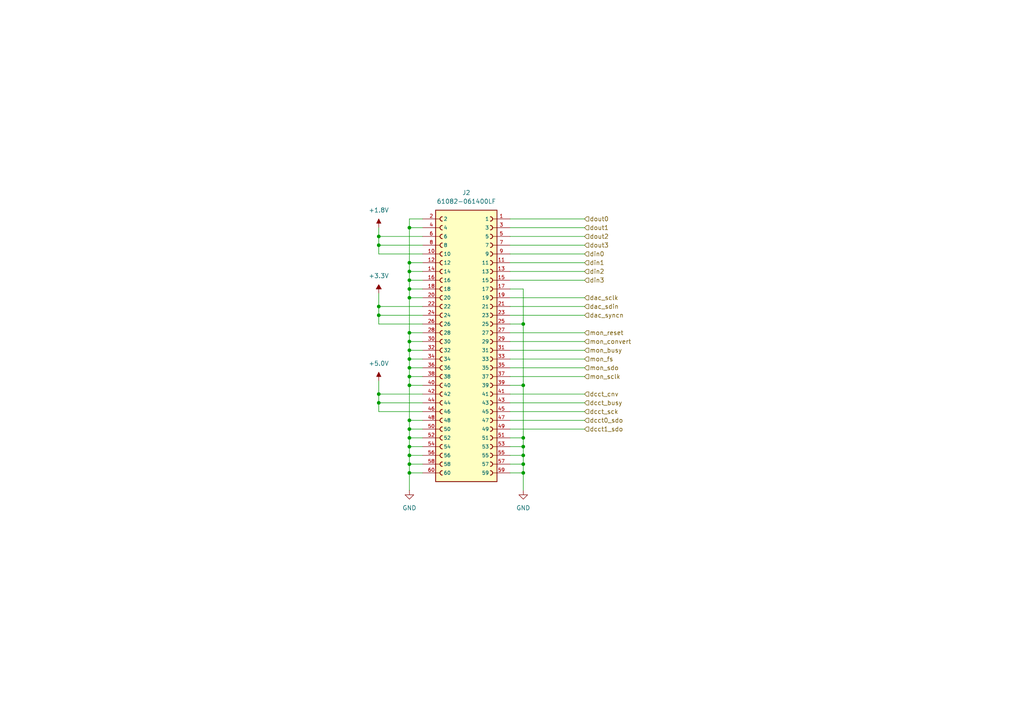
<source format=kicad_sch>
(kicad_sch (version 20250114) (generator "eeschema") (generator_version "9.0")
  (paper "A4")
  (lib_symbols
    (symbol "PSC:+1.8V" (power) (pin_numbers (hide yes)) (pin_names (offset 0) (hide yes))
      (property "Value" "+1.8V" (at 0 3.556 0))
      (symbol "+1.8V_0_1"
        (polyline (pts (xy 0 0) (xy 0 2.54)))
      )
      (symbol "+1.8V_1_1"
        (polyline (pts (xy -0.635 1.27) (xy 0.635 1.27) (xy 0 2.54) (xy -0.635 1.27)) (stroke (width 0) (color 132 0 0 1)) (fill (type color) (color 132 0 0 1)))
        (pin power_in line (at 0 0 90) (length 0) (name "~") (number "1"))
      )
    )
    (symbol "PSC:+3V3" (power) (pin_numbers (hide yes)) (pin_names (offset 0) (hide yes))
      (property "Value" "+3.3V" (at 0 3.556 0))
      (symbol "+3V3_0_0"
        (pin power_in line (at 0 0 90) (length 0) (name "~") (number "1"))
      )
      (symbol "+3V3_0_1"
        (polyline (pts (xy 0 0) (xy 0 1.27) (xy 0.762 1.27) (xy 0 2.54) (xy -0.762 1.27) (xy 0 1.27)) (fill (type outline)))
      )
    )
    (symbol "PSC:+5.0V" (power) (pin_numbers (hide yes)) (pin_names (offset 0) (hide yes))
      (property "Value" "+5.0V" (at 0 3.556 0))
      (symbol "+5.0V_0_1"
        (polyline (pts (xy 0 0) (xy 0 2.54)))
      )
      (symbol "+5.0V_1_1"
        (polyline (pts (xy -0.635 1.27) (xy 0.635 1.27) (xy 0 2.54) (xy -0.635 1.27)) (stroke (width 0) (color 132 0 0 1)) (fill (type color) (color 132 0 0 1)))
        (pin power_in line (at 0 0 90) (length 0) (name "~") (number "1"))
      )
    )
    (symbol "PSC:61082-061400LF" (pin_names (offset 1.016))
      (property "Reference" "J" (at -7.62 41.402 0))
      (property "Value" "61082-061400LF" (at -7.62 -40.64 0))
      (symbol "61082-061400LF_0_0"
        (rectangle (start -8.89 -38.1) (end 8.89 40.64) (stroke (width 0.254)) (fill (type background)))
        (arc (start -6.985 37.465) (mid -7.6172 38.1) (end -6.985 38.735) (stroke (width 0.254)))
        (arc (start -6.985 34.925) (mid -7.6172 35.56) (end -6.985 36.195) (stroke (width 0.254)))
        (arc (start -6.985 32.385) (mid -7.6172 33.02) (end -6.985 33.655) (stroke (width 0.254)))
        (arc (start -6.985 29.845) (mid -7.6172 30.48) (end -6.985 31.115) (stroke (width 0.254)))
        (arc (start -6.985 27.305) (mid -7.6172 27.94) (end -6.985 28.575) (stroke (width 0.254)))
        (arc (start -6.985 24.765) (mid -7.6172 25.4) (end -6.985 26.035) (stroke (width 0.254)))
        (arc (start -6.985 22.225) (mid -7.6172 22.86) (end -6.985 23.495) (stroke (width 0.254)))
        (arc (start -6.985 19.685) (mid -7.6172 20.32) (end -6.985 20.955) (stroke (width 0.254)))
        (arc (start -6.985 17.145) (mid -7.6172 17.78) (end -6.985 18.415) (stroke (width 0.254)))
        (arc (start -6.985 14.605) (mid -7.6172 15.24) (end -6.985 15.875) (stroke (width 0.254)))
        (arc (start -6.985 12.065) (mid -7.6172 12.7) (end -6.985 13.335) (stroke (width 0.254)))
        (arc (start -6.985 9.525) (mid -7.6172 10.16) (end -6.985 10.795) (stroke (width 0.254)))
        (arc (start -6.985 6.985) (mid -7.6172 7.62) (end -6.985 8.255) (stroke (width 0.254)))
        (arc (start -6.985 4.445) (mid -7.6172 5.08) (end -6.985 5.715) (stroke (width 0.254)))
        (arc (start -6.985 1.905) (mid -7.6172 2.54) (end -6.985 3.175) (stroke (width 0.254)))
        (arc (start -6.985 -0.635) (mid -7.6172 0) (end -6.985 0.635) (stroke (width 0.254)))
        (arc (start -6.985 -3.175) (mid -7.6172 -2.54) (end -6.985 -1.905) (stroke (width 0.254)))
        (arc (start -6.985 -5.715) (mid -7.6172 -5.08) (end -6.985 -4.445) (stroke (width 0.254)))
        (arc (start -6.985 -8.255) (mid -7.6172 -7.62) (end -6.985 -6.985) (stroke (width 0.254)))
        (arc (start -6.985 -10.795) (mid -7.6172 -10.16) (end -6.985 -9.525) (stroke (width 0.254)))
        (arc (start -6.985 -13.335) (mid -7.6172 -12.7) (end -6.985 -12.065) (stroke (width 0.254)))
        (arc (start -6.985 -15.875) (mid -7.6172 -15.24) (end -6.985 -14.605) (stroke (width 0.254)))
        (arc (start -6.985 -18.415) (mid -7.6172 -17.78) (end -6.985 -17.145) (stroke (width 0.254)))
        (arc (start -6.985 -20.955) (mid -7.6172 -20.32) (end -6.985 -19.685) (stroke (width 0.254)))
        (arc (start -6.985 -23.495) (mid -7.6172 -22.86) (end -6.985 -22.225) (stroke (width 0.254)))
        (arc (start -6.985 -26.035) (mid -7.6172 -25.4) (end -6.985 -24.765) (stroke (width 0.254)))
        (arc (start -6.985 -28.575) (mid -7.6172 -27.94) (end -6.985 -27.305) (stroke (width 0.254)))
        (arc (start -6.985 -31.115) (mid -7.6172 -30.48) (end -6.985 -29.845) (stroke (width 0.254)))
        (arc (start -6.985 -33.655) (mid -7.6172 -33.02) (end -6.985 -32.385) (stroke (width 0.254)))
        (arc (start -6.985 -36.195) (mid -7.6172 -35.56) (end -6.985 -34.925) (stroke (width 0.254)))
        (arc (start 6.985 38.735) (mid 7.6172 38.1) (end 6.985 37.465) (stroke (width 0.254)))
        (arc (start 6.985 36.195) (mid 7.6172 35.56) (end 6.985 34.925) (stroke (width 0.254)))
        (arc (start 6.985 33.655) (mid 7.6172 33.02) (end 6.985 32.385) (stroke (width 0.254)))
        (arc (start 6.985 31.115) (mid 7.6172 30.48) (end 6.985 29.845) (stroke (width 0.254)))
        (arc (start 6.985 28.575) (mid 7.6172 27.94) (end 6.985 27.305) (stroke (width 0.254)))
        (arc (start 6.985 26.035) (mid 7.6172 25.4) (end 6.985 24.765) (stroke (width 0.254)))
        (arc (start 6.985 23.495) (mid 7.6172 22.86) (end 6.985 22.225) (stroke (width 0.254)))
        (arc (start 6.985 20.955) (mid 7.6172 20.32) (end 6.985 19.685) (stroke (width 0.254)))
        (arc (start 6.985 18.415) (mid 7.6172 17.78) (end 6.985 17.145) (stroke (width 0.254)))
        (arc (start 6.985 15.875) (mid 7.6172 15.24) (end 6.985 14.605) (stroke (width 0.254)))
        (arc (start 6.985 13.335) (mid 7.6172 12.7) (end 6.985 12.065) (stroke (width 0.254)))
        (arc (start 6.985 10.795) (mid 7.6172 10.16) (end 6.985 9.525) (stroke (width 0.254)))
        (arc (start 6.985 8.255) (mid 7.6172 7.62) (end 6.985 6.985) (stroke (width 0.254)))
        (arc (start 6.985 5.715) (mid 7.6172 5.08) (end 6.985 4.445) (stroke (width 0.254)))
        (arc (start 6.985 3.175) (mid 7.6172 2.54) (end 6.985 1.905) (stroke (width 0.254)))
        (arc (start 6.985 0.635) (mid 7.6172 0) (end 6.985 -0.635) (stroke (width 0.254)))
        (arc (start 6.985 -1.905) (mid 7.6172 -2.54) (end 6.985 -3.175) (stroke (width 0.254)))
        (arc (start 6.985 -4.445) (mid 7.6172 -5.08) (end 6.985 -5.715) (stroke (width 0.254)))
        (arc (start 6.985 -6.985) (mid 7.6172 -7.62) (end 6.985 -8.255) (stroke (width 0.254)))
        (arc (start 6.985 -9.525) (mid 7.6172 -10.16) (end 6.985 -10.795) (stroke (width 0.254)))
        (arc (start 6.985 -12.065) (mid 7.6172 -12.7) (end 6.985 -13.335) (stroke (width 0.254)))
        (arc (start 6.985 -14.605) (mid 7.6172 -15.24) (end 6.985 -15.875) (stroke (width 0.254)))
        (arc (start 6.985 -17.145) (mid 7.6172 -17.78) (end 6.985 -18.415) (stroke (width 0.254)))
        (arc (start 6.985 -19.685) (mid 7.6172 -20.32) (end 6.985 -20.955) (stroke (width 0.254)))
        (arc (start 6.985 -22.225) (mid 7.6172 -22.86) (end 6.985 -23.495) (stroke (width 0.254)))
        (arc (start 6.985 -24.765) (mid 7.6172 -25.4) (end 6.985 -26.035) (stroke (width 0.254)))
        (arc (start 6.985 -27.305) (mid 7.6172 -27.94) (end 6.985 -28.575) (stroke (width 0.254)))
        (arc (start 6.985 -29.845) (mid 7.6172 -30.48) (end 6.985 -31.115) (stroke (width 0.254)))
        (arc (start 6.985 -32.385) (mid 7.6172 -33.02) (end 6.985 -33.655) (stroke (width 0.254)))
        (arc (start 6.985 -34.925) (mid 7.6172 -35.56) (end 6.985 -36.195) (stroke (width 0.254)))
        (pin passive line (at -12.7 38.1 0) (length 5.08) (name "1") (number "1"))
        (pin passive line (at -12.7 35.56 0) (length 5.08) (name "3") (number "3"))
        (pin passive line (at -12.7 33.02 0) (length 5.08) (name "5") (number "5"))
        (pin passive line (at -12.7 30.48 0) (length 5.08) (name "7") (number "7"))
        (pin passive line (at -12.7 27.94 0) (length 5.08) (name "9") (number "9"))
        (pin passive line (at -12.7 25.4 0) (length 5.08) (name "11") (number "11"))
        (pin passive line (at -12.7 22.86 0) (length 5.08) (name "13") (number "13"))
        (pin passive line (at -12.7 20.32 0) (length 5.08) (name "15") (number "15"))
        (pin passive line (at -12.7 17.78 0) (length 5.08) (name "17") (number "17"))
        (pin passive line (at -12.7 15.24 0) (length 5.08) (name "19") (number "19"))
        (pin passive line (at -12.7 12.7 0) (length 5.08) (name "21") (number "21"))
        (pin passive line (at -12.7 10.16 0) (length 5.08) (name "23") (number "23"))
        (pin passive line (at -12.7 7.62 0) (length 5.08) (name "25") (number "25"))
        (pin passive line (at -12.7 5.08 0) (length 5.08) (name "27") (number "27"))
        (pin passive line (at -12.7 2.54 0) (length 5.08) (name "29") (number "29"))
        (pin passive line (at -12.7 0 0) (length 5.08) (name "31") (number "31"))
        (pin passive line (at -12.7 -2.54 0) (length 5.08) (name "33") (number "33"))
        (pin passive line (at -12.7 -5.08 0) (length 5.08) (name "35") (number "35"))
        (pin passive line (at -12.7 -7.62 0) (length 5.08) (name "37") (number "37"))
        (pin passive line (at -12.7 -10.16 0) (length 5.08) (name "39") (number "39"))
        (pin passive line (at -12.7 -12.7 0) (length 5.08) (name "41") (number "41"))
        (pin passive line (at -12.7 -15.24 0) (length 5.08) (name "43") (number "43"))
        (pin passive line (at -12.7 -17.78 0) (length 5.08) (name "45") (number "45"))
        (pin passive line (at -12.7 -20.32 0) (length 5.08) (name "47") (number "47"))
        (pin passive line (at -12.7 -22.86 0) (length 5.08) (name "49") (number "49"))
        (pin passive line (at -12.7 -25.4 0) (length 5.08) (name "51") (number "51"))
        (pin passive line (at -12.7 -27.94 0) (length 5.08) (name "53") (number "53"))
        (pin passive line (at -12.7 -30.48 0) (length 5.08) (name "55") (number "55"))
        (pin passive line (at -12.7 -33.02 0) (length 5.08) (name "57") (number "57"))
        (pin passive line (at -12.7 -35.56 0) (length 5.08) (name "59") (number "59"))
        (pin passive line (at 12.7 38.1 180) (length 5.08) (name "2") (number "2"))
        (pin passive line (at 12.7 35.56 180) (length 5.08) (name "4") (number "4"))
        (pin passive line (at 12.7 33.02 180) (length 5.08) (name "6") (number "6"))
        (pin passive line (at 12.7 30.48 180) (length 5.08) (name "8") (number "8"))
        (pin passive line (at 12.7 27.94 180) (length 5.08) (name "10") (number "10"))
        (pin passive line (at 12.7 25.4 180) (length 5.08) (name "12") (number "12"))
        (pin passive line (at 12.7 22.86 180) (length 5.08) (name "14") (number "14"))
        (pin passive line (at 12.7 20.32 180) (length 5.08) (name "16") (number "16"))
        (pin passive line (at 12.7 17.78 180) (length 5.08) (name "18") (number "18"))
        (pin passive line (at 12.7 15.24 180) (length 5.08) (name "20") (number "20"))
        (pin passive line (at 12.7 12.7 180) (length 5.08) (name "22") (number "22"))
        (pin passive line (at 12.7 10.16 180) (length 5.08) (name "24") (number "24"))
        (pin passive line (at 12.7 7.62 180) (length 5.08) (name "26") (number "26"))
        (pin passive line (at 12.7 5.08 180) (length 5.08) (name "28") (number "28"))
        (pin passive line (at 12.7 2.54 180) (length 5.08) (name "30") (number "30"))
        (pin passive line (at 12.7 0 180) (length 5.08) (name "32") (number "32"))
        (pin passive line (at 12.7 -2.54 180) (length 5.08) (name "34") (number "34"))
        (pin passive line (at 12.7 -5.08 180) (length 5.08) (name "36") (number "36"))
        (pin passive line (at 12.7 -7.62 180) (length 5.08) (name "38") (number "38"))
        (pin passive line (at 12.7 -10.16 180) (length 5.08) (name "40") (number "40"))
        (pin passive line (at 12.7 -12.7 180) (length 5.08) (name "42") (number "42"))
        (pin passive line (at 12.7 -15.24 180) (length 5.08) (name "44") (number "44"))
        (pin passive line (at 12.7 -17.78 180) (length 5.08) (name "46") (number "46"))
        (pin passive line (at 12.7 -20.32 180) (length 5.08) (name "48") (number "48"))
        (pin passive line (at 12.7 -22.86 180) (length 5.08) (name "50") (number "50"))
        (pin passive line (at 12.7 -25.4 180) (length 5.08) (name "52") (number "52"))
        (pin passive line (at 12.7 -27.94 180) (length 5.08) (name "54") (number "54"))
        (pin passive line (at 12.7 -30.48 180) (length 5.08) (name "56") (number "56"))
        (pin passive line (at 12.7 -33.02 180) (length 5.08) (name "58") (number "58"))
        (pin passive line (at 12.7 -35.56 180) (length 5.08) (name "60") (number "60"))
      )
    )
    (symbol "power:GND" (power) (pin_numbers (hide yes)) (pin_names (offset 0) (hide yes))
      (property "Value" "GND" (at 0 -3.81 0))
      (symbol "GND_0_1"
        (polyline (pts (xy 0 0) (xy 0 -1.27) (xy 1.27 -1.27) (xy 0 -2.54) (xy -1.27 -1.27) (xy 0 -1.27)))
      )
      (symbol "GND_1_1"
        (pin power_in line (at 0 0 270) (length 0) (name "~") (number "1"))
      )
    )
  )
  (junction (at 151.765 111.76))
  (junction (at 118.745 132.08))
  (junction (at 151.765 137.16))
  (junction (at 109.855 91.44))
  (junction (at 151.765 132.08))
  (junction (at 118.745 129.54))
  (junction (at 118.745 137.16))
  (junction (at 118.745 78.74))
  (junction (at 118.745 96.52))
  (junction (at 109.855 116.84))
  (junction (at 118.745 134.62))
  (junction (at 118.745 111.76))
  (junction (at 118.745 109.22))
  (junction (at 118.745 81.28))
  (junction (at 151.765 93.98))
  (junction (at 118.745 99.06))
  (junction (at 118.745 124.46))
  (junction (at 109.855 88.9))
  (junction (at 118.745 86.36))
  (junction (at 118.745 101.6))
  (junction (at 109.855 68.58))
  (junction (at 109.855 114.3))
  (junction (at 118.745 121.92))
  (junction (at 151.765 127))
  (junction (at 118.745 83.82))
  (junction (at 118.745 76.2))
  (junction (at 118.745 106.68))
  (junction (at 151.765 134.62))
  (junction (at 151.765 129.54))
  (junction (at 118.745 127))
  (junction (at 118.745 66.04))
  (junction (at 118.745 104.14))
  (junction (at 109.855 71.12))
  (wire (pts (xy 122.555 81.28) (xy 118.745 81.28)))
  (wire (pts (xy 122.555 76.2) (xy 118.745 76.2)))
  (wire (pts (xy 169.545 81.28) (xy 147.955 81.28)))
  (wire (pts (xy 118.745 104.14) (xy 118.745 106.68)))
  (wire (pts (xy 169.545 68.58) (xy 147.955 68.58)))
  (wire (pts (xy 118.745 81.28) (xy 118.745 83.82)))
  (wire (pts (xy 151.765 132.08) (xy 147.955 132.08)))
  (wire (pts (xy 109.855 85.09) (xy 109.855 88.9)))
  (wire (pts (xy 151.765 111.76) (xy 147.955 111.76)))
  (wire (pts (xy 122.555 124.46) (xy 118.745 124.46)))
  (wire (pts (xy 151.765 111.76) (xy 151.765 127)))
  (wire (pts (xy 147.955 114.3) (xy 169.545 114.3)))
  (wire (pts (xy 118.745 78.74) (xy 118.745 81.28)))
  (wire (pts (xy 169.545 109.22) (xy 147.955 109.22)))
  (wire (pts (xy 122.555 134.62) (xy 118.745 134.62)))
  (wire (pts (xy 151.765 137.16) (xy 151.765 142.24)))
  (wire (pts (xy 122.555 129.54) (xy 118.745 129.54)))
  (wire (pts (xy 122.555 63.5) (xy 118.745 63.5)))
  (wire (pts (xy 118.745 83.82) (xy 118.745 86.36)))
  (wire (pts (xy 122.555 91.44) (xy 109.855 91.44)))
  (wire (pts (xy 109.855 110.49) (xy 109.855 114.3)))
  (wire (pts (xy 122.555 93.98) (xy 109.855 93.98)))
  (wire (pts (xy 122.555 86.36) (xy 118.745 86.36)))
  (wire (pts (xy 122.555 71.12) (xy 109.855 71.12)))
  (wire (pts (xy 118.745 111.76) (xy 118.745 121.92)))
  (wire (pts (xy 122.555 119.38) (xy 109.855 119.38)))
  (wire (pts (xy 118.745 106.68) (xy 118.745 109.22)))
  (wire (pts (xy 169.545 124.46) (xy 147.955 124.46)))
  (wire (pts (xy 122.555 99.06) (xy 118.745 99.06)))
  (wire (pts (xy 169.545 66.04) (xy 147.955 66.04)))
  (wire (pts (xy 122.555 137.16) (xy 118.745 137.16)))
  (wire (pts (xy 122.555 111.76) (xy 118.745 111.76)))
  (wire (pts (xy 118.745 109.22) (xy 118.745 111.76)))
  (wire (pts (xy 151.765 129.54) (xy 151.765 132.08)))
  (wire (pts (xy 118.745 129.54) (xy 118.745 132.08)))
  (wire (pts (xy 122.555 127) (xy 118.745 127)))
  (wire (pts (xy 151.765 137.16) (xy 147.955 137.16)))
  (wire (pts (xy 169.545 63.5) (xy 147.955 63.5)))
  (wire (pts (xy 151.765 134.62) (xy 151.765 137.16)))
  (wire (pts (xy 169.545 96.52) (xy 147.955 96.52)))
  (wire (pts (xy 118.745 99.06) (xy 118.745 101.6)))
  (wire (pts (xy 169.545 99.06) (xy 147.955 99.06)))
  (wire (pts (xy 109.855 91.44) (xy 109.855 93.98)))
  (wire (pts (xy 151.765 134.62) (xy 147.955 134.62)))
  (wire (pts (xy 151.765 127) (xy 147.955 127)))
  (wire (pts (xy 122.555 66.04) (xy 118.745 66.04)))
  (wire (pts (xy 169.545 101.6) (xy 147.955 101.6)))
  (wire (pts (xy 169.545 121.92) (xy 147.955 121.92)))
  (wire (pts (xy 118.745 124.46) (xy 118.745 127)))
  (wire (pts (xy 109.855 66.04) (xy 109.855 68.58)))
  (wire (pts (xy 169.545 76.2) (xy 147.955 76.2)))
  (wire (pts (xy 109.855 73.66) (xy 109.855 71.12)))
  (wire (pts (xy 118.745 63.5) (xy 118.745 66.04)))
  (wire (pts (xy 109.855 114.3) (xy 109.855 116.84)))
  (wire (pts (xy 118.745 86.36) (xy 118.745 96.52)))
  (wire (pts (xy 118.745 137.16) (xy 118.745 142.24)))
  (wire (pts (xy 109.855 88.9) (xy 109.855 91.44)))
  (wire (pts (xy 122.555 116.84) (xy 109.855 116.84)))
  (wire (pts (xy 122.555 132.08) (xy 118.745 132.08)))
  (wire (pts (xy 118.745 134.62) (xy 118.745 137.16)))
  (wire (pts (xy 122.555 114.3) (xy 109.855 114.3)))
  (wire (pts (xy 169.545 73.66) (xy 147.955 73.66)))
  (wire (pts (xy 151.765 93.98) (xy 151.765 111.76)))
  (wire (pts (xy 151.765 129.54) (xy 147.955 129.54)))
  (wire (pts (xy 151.765 93.98) (xy 147.955 93.98)))
  (wire (pts (xy 118.745 66.04) (xy 118.745 76.2)))
  (wire (pts (xy 122.555 88.9) (xy 109.855 88.9)))
  (wire (pts (xy 169.545 119.38) (xy 147.955 119.38)))
  (wire (pts (xy 169.545 116.84) (xy 147.955 116.84)))
  (wire (pts (xy 118.745 127) (xy 118.745 129.54)))
  (wire (pts (xy 169.545 88.9) (xy 147.955 88.9)))
  (wire (pts (xy 122.555 73.66) (xy 109.855 73.66)))
  (wire (pts (xy 122.555 121.92) (xy 118.745 121.92)))
  (wire (pts (xy 151.765 132.08) (xy 151.765 134.62)))
  (wire (pts (xy 169.545 86.36) (xy 147.955 86.36)))
  (wire (pts (xy 118.745 76.2) (xy 118.745 78.74)))
  (wire (pts (xy 169.545 106.68) (xy 147.955 106.68)))
  (wire (pts (xy 118.745 96.52) (xy 118.745 99.06)))
  (wire (pts (xy 169.545 104.14) (xy 147.955 104.14)))
  (wire (pts (xy 122.555 104.14) (xy 118.745 104.14)))
  (wire (pts (xy 122.555 96.52) (xy 118.745 96.52)))
  (wire (pts (xy 118.745 121.92) (xy 118.745 124.46)))
  (wire (pts (xy 122.555 68.58) (xy 109.855 68.58)))
  (wire (pts (xy 122.555 109.22) (xy 118.745 109.22)))
  (wire (pts (xy 109.855 71.12) (xy 109.855 68.58)))
  (wire (pts (xy 151.765 127) (xy 151.765 129.54)))
  (wire (pts (xy 151.765 83.82) (xy 151.765 93.98)))
  (wire (pts (xy 147.955 83.82) (xy 151.765 83.82)))
  (wire (pts (xy 122.555 78.74) (xy 118.745 78.74)))
  (wire (pts (xy 169.545 78.74) (xy 147.955 78.74)))
  (wire (pts (xy 118.745 101.6) (xy 118.745 104.14)))
  (wire (pts (xy 109.855 116.84) (xy 109.855 119.38)))
  (wire (pts (xy 169.545 91.44) (xy 147.955 91.44)))
  (wire (pts (xy 122.555 106.68) (xy 118.745 106.68)))
  (wire (pts (xy 118.745 132.08) (xy 118.745 134.62)))
  (wire (pts (xy 169.545 71.12) (xy 147.955 71.12)))
  (wire (pts (xy 122.555 101.6) (xy 118.745 101.6)))
  (wire (pts (xy 122.555 83.82) (xy 118.745 83.82)))
  (hierarchical_label "dout0" (shape input) (at 169.545 63.5 0))
  (hierarchical_label "dout1" (shape input) (at 169.545 66.04 0))
  (hierarchical_label "mon_convert" (shape input) (at 169.545 99.06 0))
  (hierarchical_label "dac_syncn" (shape input) (at 169.545 91.44 0))
  (hierarchical_label "dac_sclk" (shape input) (at 169.545 86.36 0))
  (hierarchical_label "dout2" (shape input) (at 169.545 68.58 0))
  (hierarchical_label "dcct_busy" (shape input) (at 169.545 116.84 0))
  (hierarchical_label "din0" (shape input) (at 169.545 73.66 0))
  (hierarchical_label "dout3" (shape input) (at 169.545 71.12 0))
  (hierarchical_label "mon_reset" (shape input) (at 169.545 96.52 0))
  (hierarchical_label "din2" (shape input) (at 169.545 78.74 0))
  (hierarchical_label "mon_sclk" (shape input) (at 169.545 109.22 0))
  (hierarchical_label "mon_busy" (shape input) (at 169.545 101.6 0))
  (hierarchical_label "dcct_sck" (shape input) (at 169.545 119.38 0))
  (hierarchical_label "mon_fs" (shape input) (at 169.545 104.14 0))
  (hierarchical_label "dcct0_sdo" (shape input) (at 169.545 121.92 0))
  (hierarchical_label "dac_sdin" (shape input) (at 169.545 88.9 0))
  (hierarchical_label "dcct_cnv" (shape input) (at 169.545 114.3 0))
  (hierarchical_label "din1" (shape input) (at 169.545 76.2 0))
  (hierarchical_label "dcct1_sdo" (shape input) (at 169.545 124.46 0))
  (hierarchical_label "din3" (shape input) (at 169.545 81.28 0))
  (hierarchical_label "mon_sdo" (shape input) (at 169.545 106.68 0))
  (symbol (lib_id "power:GND") (at 118.745 142.24 0) (mirror y) (unit 1)
    (property "Reference" "#PWR0154" (effects (hide yes)))
    (property "Value" "GND" (at 118.745 147.32 0))
    (property "Description" "Power symbol creates a global label with name \"GND\" , ground" (effects (hide yes)))
  )
  (symbol (lib_id "PSC:+3V3") (at 109.855 85.09 0) (mirror y) (unit 1)
    (property "Reference" "#PWR0151" (effects (hide yes)))
    (property "Value" "+3.3V" (at 109.855 80.01 0))
    (property "Description" "Power symbol creates a global label with name \"-3V3\"" (effects (hide yes)))
  )
  (symbol (lib_id "PSC:+5.0V") (at 109.855 110.49 0) (mirror y) (unit 1)
    (property "Reference" "#PWR0152" (effects (hide yes)))
    (property "Value" "+5.0V" (at 109.855 105.41 0))
  )
  (symbol (lib_id "PSC:61082-061400LF") (at 135.255 101.6 0) (mirror y) (unit 1)
    (property "Reference" "J2" (at 135.255 55.88 0))
    (property "Value" "61082-061400LF" (at 135.255 58.42 0))
    (property "Footprint" "myparts:AMPHENOL_61082-061400LF" (effects (hide yes)))
    (property "PARTREV" "AS" (effects (hide yes)))
    (property "STANDARD" "Manufacturer Recommendations" (effects (hide yes)))
    (property "MAXIMUM_PACKAGE_HEIGHT" "4.00mm" (effects (hide yes)))
    (property "MANUFACTURER" "Amphenol" (effects (hide yes)))
  )
  (symbol (lib_id "PSC:+1.8V") (at 109.855 66.04 0) (mirror y) (unit 1)
    (property "Reference" "#PWR0150" (effects (hide yes)))
    (property "Value" "+1.8V" (at 109.855 60.96 0))
  )
  (symbol (lib_id "power:GND") (at 151.765 142.24 0) (mirror y) (unit 1)
    (property "Reference" "#PWR0153" (effects (hide yes)))
    (property "Value" "GND" (at 151.765 147.32 0))
    (property "Description" "Power symbol creates a global label with name \"GND\" , ground" (effects (hide yes)))
  )
)
</source>
